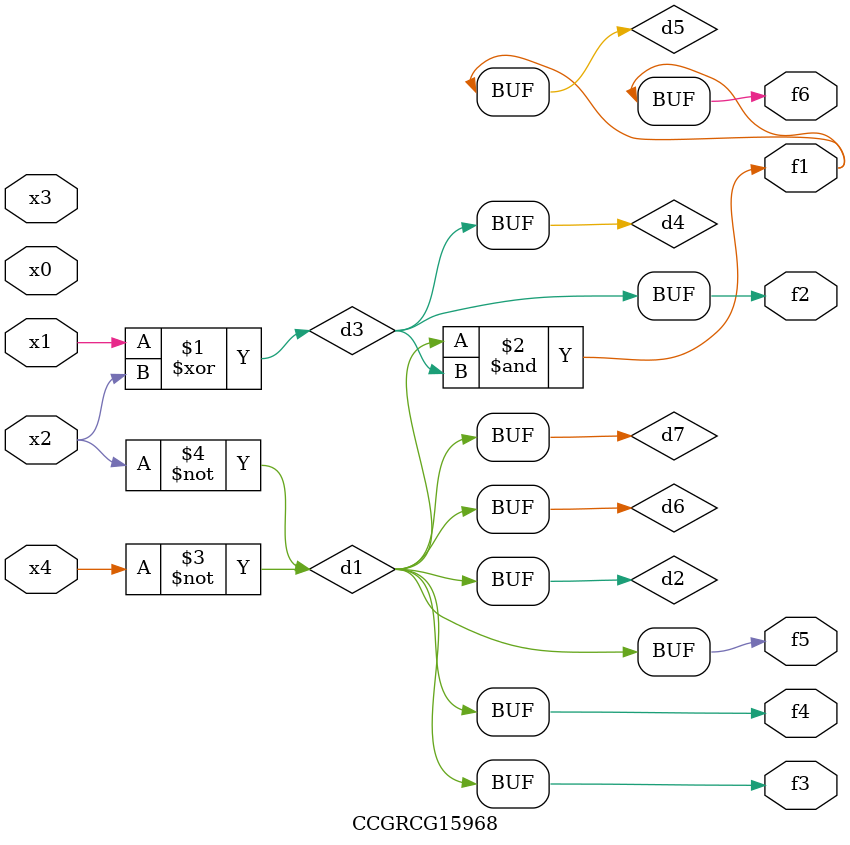
<source format=v>
module CCGRCG15968(
	input x0, x1, x2, x3, x4,
	output f1, f2, f3, f4, f5, f6
);

	wire d1, d2, d3, d4, d5, d6, d7;

	not (d1, x4);
	not (d2, x2);
	xor (d3, x1, x2);
	buf (d4, d3);
	and (d5, d1, d3);
	buf (d6, d1, d2);
	buf (d7, d2);
	assign f1 = d5;
	assign f2 = d4;
	assign f3 = d7;
	assign f4 = d7;
	assign f5 = d7;
	assign f6 = d5;
endmodule

</source>
